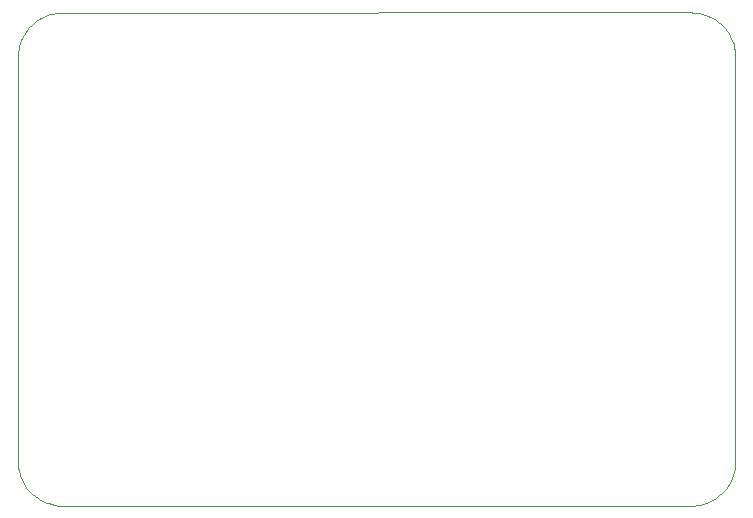
<source format=gbr>
%FSTAX23Y23*%
%MOIN*%
%SFA1B1*%

%IPPOS*%
%ADD74C,0.001000*%
%LNpcb1_profile-1*%
%LPD*%
G54D74*
X0Y00147D02*
D01*
X0Y00137*
X00001Y00127*
X00003Y00116*
X00005Y00106*
X00008Y00097*
X00012Y00087*
X00017Y00078*
X00022Y00069*
X00028Y0006*
X00034Y00052*
X00041Y00045*
X00048Y00037*
X00056Y00031*
X00065Y00025*
X00073Y00019*
X00082Y00014*
X00092Y0001*
X00102Y00007*
X00111Y00004*
X00122Y00002*
X00132Y0*
X00142Y0*
X00147Y0*
Y0*
X02244*
X02244Y0*
D01*
X02254Y0*
X02264Y00001*
X02274Y00003*
X02284Y00005*
X02294Y00008*
X02304Y00012*
X02313Y00017*
X02322Y00022*
X0233Y00028*
X02338Y00034*
X02346Y00041*
X02353Y00048*
X0236Y00056*
X02366Y00065*
X02371Y00073*
X02376Y00082*
X0238Y00092*
X02384Y00102*
X02387Y00111*
X02389Y00122*
X0239Y00132*
X02391Y00142*
X02391Y00147*
Y01496*
D01*
X02391Y01506*
X0239Y01516*
X02388Y01527*
X02386Y01537*
X02382Y01546*
X02378Y01556*
X02374Y01565*
X02369Y01574*
X02363Y01583*
X02357Y01591*
X0235Y01598*
X02342Y01606*
X02334Y01612*
X02326Y01618*
X02317Y01624*
X02308Y01629*
X02299Y01633*
X02289Y01636*
X02279Y01639*
X02269Y01641*
X02259Y01643*
X02249Y01643*
X02244Y01644*
X00147Y01643*
Y01643*
D01*
X00137Y01643*
X00127Y01642*
X00116Y0164*
X00106Y01637*
X00097Y01634*
X00087Y0163*
X00078Y01626*
X00069Y01621*
X0006Y01615*
X00052Y01609*
X00045Y01602*
X00037Y01594*
X00031Y01586*
X00025Y01578*
X00019Y01569*
X00014Y0156*
X0001Y01551*
X00007Y01541*
X00004Y01531*
X00002Y01521*
X0Y01511*
X0Y01501*
X0Y01496*
Y00147*
M02*
</source>
